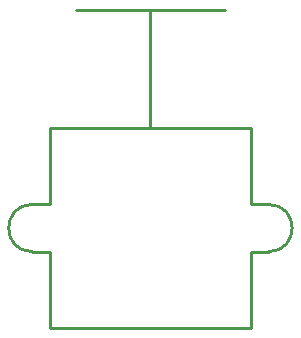
<source format=gto>
G04*
G04 #@! TF.GenerationSoftware,Altium Limited,Altium Designer,19.1.7 (138)*
G04*
G04 Layer_Color=65535*
%FSLAX25Y25*%
%MOIN*%
G70*
G01*
G75*
%ADD10C,0.01000*%
D10*
X88583Y35433D02*
G03*
X88583Y51181I0J7874D01*
G01*
X9843D02*
G03*
X9843Y35433I0J-7874D01*
G01*
X15748Y9843D02*
X82677D01*
X9843Y51181D02*
X15748D01*
Y76772D02*
X82677D01*
Y9843D02*
Y35316D01*
Y51216D02*
Y76772D01*
X15748Y51328D02*
Y76772D01*
Y9843D02*
Y35433D01*
X9843D02*
X15748D01*
X82794D02*
X88583D01*
X82712Y51181D02*
X88583D01*
X49213Y76772D02*
Y116142D01*
X24311D02*
X74114D01*
M02*

</source>
